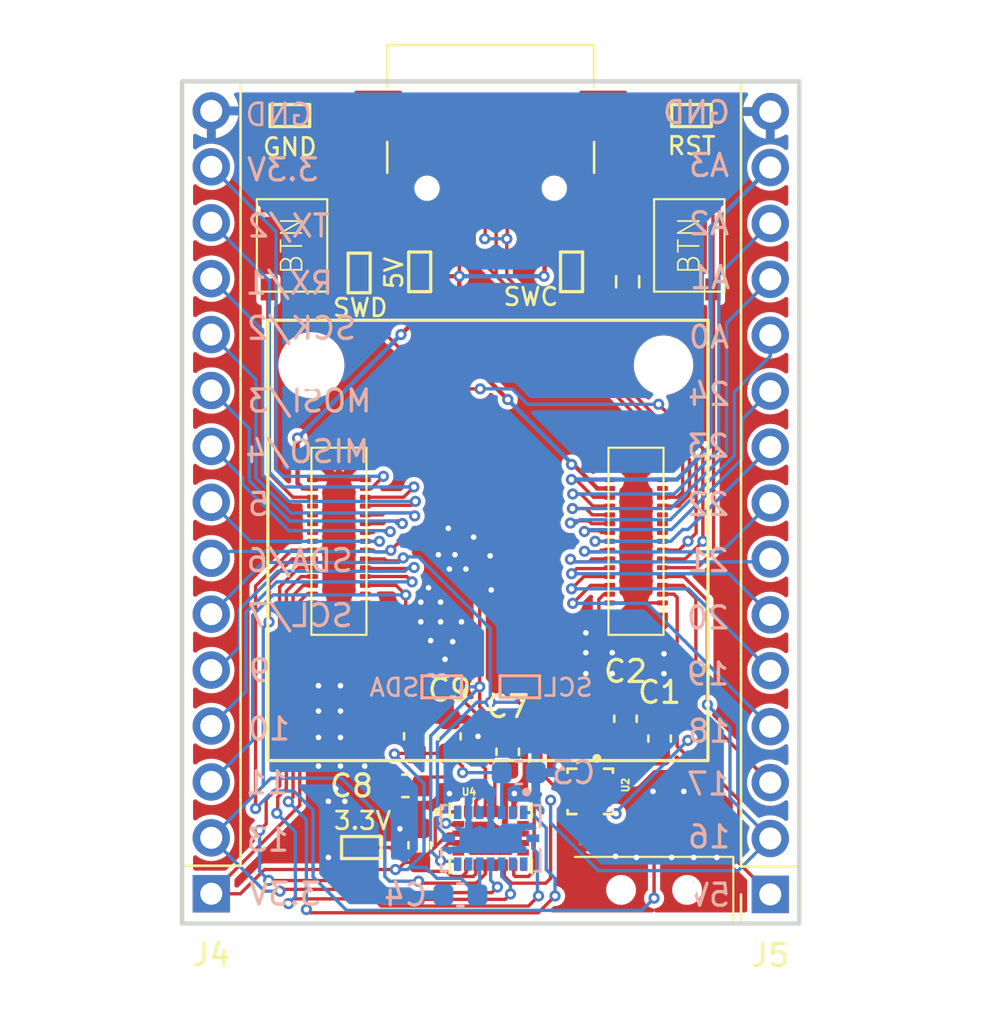
<source format=kicad_pcb>
(kicad_pcb (version 20221018) (generator pcbnew)
  (layers (0 "F.Cu" signal) (31 "B.Cu" signal) (34 "B.Paste" user) (35 "F.Paste" user) (36 "B.SilkS" user "B.Silkscreen") (37 "F.SilkS" user "F.Silkscreen") (38 "B.Mask" user) (39 "F.Mask" user) (44 "Edge.Cuts" user))
  (net 0 "")
  (net 22 "GND")
  (net 23 "/VREG_EN")
  (net 24 "/USB_DP")
  (net 25 "/USB_DM")
  (net 26 "/TX0")
  (net 27 "/SWDIO")
  (net 28 "/SWCLK")
  (net 29 "/SDA")
  (net 30 "/SCL")
  (net 31 "/SCK1")
  (net 32 "/SCK0")
  (net 33 "/RX0")
  (net 34 "/RUN")
  (net 35 "/MOSI1")
  (net 36 "/MOSI0")
  (net 37 "/MISO1")
  (net 38 "/MISO0")
  (net 39 "/GPIO9")
  (net 40 "/GPIO5")
  (net 41 "/GPIO24")
  (net 42 "/GPIO23")
  (net 43 "/GPIO22")
  (net 44 "/GPIO21")
  (net 45 "/GPIO20")
  (net 46 "/GPIO19")
  (net 47 "/GPIO18")
  (net 48 "/GPIO17")
  (net 49 "/GPIO16")
  (net 50 "/GPIO13")
  (net 51 "/GPIO11")
  (net 52 "/GPIO10")
  (net 53 "/BOOTSEL")
  (net 54 "/ADC3")
  (net 55 "/ADC2")
  (net 56 "/ADC1")
  (net 57 "/ADC0")
  (net 58 "+5V")
  (net 59 "+3V3")
  (net 61 "Net-(R1-Pad1)")
  (net 66 "Net-(U4-CAP)")
  (net 67 "Net-(U4-C1)")
  (footprint "MountingHole:MountingHole_2.2mm_M2" (layer "F.Cu") (at 58.33 44.54)
    (fp_text reference "REF**" hide)
    (fp_text value "MountingHole_2.2mm_M2")
  )
  (footprint "Customs_Buttons:SPDT_Switch_AYZ0102AGRLC" (layer "F.Cu") (at 57.9 66.375)
    (fp_text reference "SW3" hide)
    (fp_text value "SW_DPDT_x2")
  )
  (footprint "Customs_Connectors:TestPoint_Loop_1.6x0.8mm" (layer "F.Cu") (at 44.6 66.45)
    (fp_text reference "TP1" hide)
    (fp_text value "TestPoint")
  )
  (footprint "Capacitor_SMD:C_0603_1608Metric" (layer "F.Cu") (at 58.15 61.5 90)
    (fp_text reference "C1")
    (fp_text value "100n")
  )
  (footprint "MountingHole:MountingHole_2.2mm_M2" (layer "F.Cu") (at 42.33 44.54)
    (fp_text reference "REF**" hide)
    (fp_text value "MountingHole_2.2mm_M2")
  )
  (footprint "Resistor_SMD:R_0603_1608Metric_Pad0.98x0.95mm_HandSolder" (layer "F.Cu") (at 56.7 40.75 -90)
    (fp_text reference "R1" hide)
    (fp_text value "1k")
  )
  (footprint "Customs_Buttons:PTS815 SJM 250" (layer "F.Cu") (at 41.45 39.1 90)
    (fp_text reference "SW2" hide)
    (fp_text value "SW_Push" hide)
  )
  (footprint "Capacitor_SMD:C_0603_1608Metric" (layer "F.Cu") (at 51.25 62.1 90)
    (fp_text reference "C7")
    (fp_text value "10n")
  )
  (footprint "Connector_PinSocket_2.54mm:PinSocket_1x15_P2.54mm_Vertical" (layer "F.Cu") (at 37.78 68.55 180)
    (fp_text reference "J4")
    (fp_text value "Conn_01x15_MountingPin")
  )
  (footprint "Customs_Connectors:TE-3-2363962-0_30x0.4mm_Recepticle" (layer "F.Cu") (at 43.58 52.54 90)
    (fp_text reference "J3" hide)
    (fp_text value "Conn_02x15_Top_Bottom" hide)
  )
  (footprint "Connector_PinSocket_2.54mm:PinSocket_1x15_P2.54mm_Vertical" (layer "F.Cu") (at 63.18 68.58 180)
    (fp_text reference "J5")
    (fp_text value "Conn_01x15_MountingPin")
  )
  (footprint "Customs_Sensors:PQFN50P200X200X80-10N" (layer "F.Cu") (at 55 63.9 -90)
    (fp_text reference "U2")
    (fp_text value "BMP388")
  )
  (footprint "Capacitor_SMD:C_0603_1608Metric" (layer "F.Cu") (at 56.6 60.6 90)
    (fp_text reference "C2")
    (fp_text value "100n")
  )
  (footprint "Customs_Connectors:TE-3-2363962-0_30x0.4mm_Recepticle" (layer "F.Cu") (at 57.08 52.54 90)
    (fp_text reference "J2" hide)
    (fp_text value "Conn_02x15_Top_Bottom" hide)
  )
  (footprint "Customs_Connectors:TestPoint_Loop_1.6x0.8mm" (layer "F.Cu") (at 44.5 40.35 90)
    (fp_text reference "TP4" hide)
    (fp_text value "TestPoint")
  )
  (footprint "Capacitor_SMD:C_0603_1608Metric" (layer "F.Cu") (at 46.6 63.65 180)
    (fp_text reference "C8")
    (fp_text value "100n")
  )
  (footprint "Customs_Connectors:TestPoint_Loop_1.6x0.8mm" (layer "F.Cu") (at 59.6 33.2)
    (fp_text reference "TP3" hide)
    (fp_text value "TestPoint")
  )
  (footprint "Capacitor_SMD:C_0603_1608Metric" (layer "F.Cu") (at 47.05 61.4 90)
    (fp_text reference "C5" hide)
    (fp_text value "100n")
  )
  (footprint "Customs_Sensors:PQFN43P300X350X102-24N" (layer "F.Cu") (at 50.475 66.03)
    (fp_text reference "U4")
    (fp_text value "LSM9DS1TR")
  )
  (footprint "Customs_Connectors:USB_C_Receptacle_GCT_USB4110" (layer "F.Cu") (at 50.475 33.9 180)
    (fp_text reference "J1" hide)
    (fp_text value "USB_C_Receptacle_USB2.0")
  )
  (footprint "Capacitor_SMD:C_0603_1608Metric" (layer "F.Cu") (at 48.6 61.4 90)
    (fp_text reference "C9")
    (fp_text value "10u")
  )
  (footprint "Customs_Connectors:TestPoint_Loop_1.6x0.8mm" (layer "F.Cu") (at 47.25 40.3 90)
    (fp_text reference "TP2" hide)
    (fp_text value "TestPoint")
  )
  (footprint "Capacitor_SMD:C_0603_1608Metric" (layer "F.Cu") (at 47.25 66.35 90)
    (fp_text reference "C6" hide)
    (fp_text value "100n")
  )
  (footprint "Customs_Connectors:TestPoint_Loop_1.6x0.8mm" (layer "F.Cu") (at 54.15 40.3 90)
    (fp_text reference "TP5" hide)
    (fp_text value "TestPoint")
  )
  (footprint "Customs_Connectors:TestPoint_Loop_1.6x0.8mm" (layer "F.Cu") (at 41.35 33.2)
    (fp_text reference "TP6" hide)
    (fp_text value "TestPoint")
  )
  (footprint "Customs_Buttons:PTS815 SJM 250" (layer "F.Cu") (at 59.5 39.1 -90)
    (fp_text reference "SW1" hide)
    (fp_text value "SW_Push" hide)
  )
  (footprint "Capacitor_SMD:C_0603_1608Metric" (layer "B.Cu") (at 49.1 68.6 180)
    (fp_text reference "C4")
    (fp_text value "100n")
  )
  (footprint "Customs_Connectors:TestPoint_Loop_1.6x0.8mm" (layer "B.Cu") (at 48.25 59.15 180)
    (fp_text reference "TP8" hide)
    (fp_text value "TestPoint")
  )
  (footprint "Capacitor_SMD:C_0603_1608Metric" (layer "B.Cu") (at 51.75 63.05)
    (fp_text reference "C3")
    (fp_text value "100n")
  )
  (footprint "Customs_Sensors:PQFN50P450X300X100-16N" (layer "B.Cu") (at 50.475 66.03 180)
    (fp_text reference "U1" hide)
    (fp_text value "BMI088")
  )
  (footprint "Customs_Connectors:TestPoint_Loop_1.6x0.8mm" (layer "B.Cu") (at 51.8 59.15 180)
    (fp_text reference "TP7" hide)
    (fp_text value "TestPoint")
  )
  (gr_line (start 60.35 62.5) (end 60.35 42.5) (stroke (width 0.15)) (layer "F.SilkS"))
  (gr_line (start 40.35 42.5) (end 40.35 62.5) (stroke (width 0.15)) (layer "F.SilkS"))
  (gr_line (start 40.35 62.5) (end 60.35 62.5) (stroke (width 0.15)) (layer "F.SilkS"))
  (gr_line (start 60.35 42.5) (end 40.35 42.5) (stroke (width 0.15)) (layer "F.SilkS"))
  (gr_line (start 64.5 69.9) (end 36.45 69.9) (stroke (width 0.2)) (layer "Edge.Cuts"))
  (gr_line (start 36.45 31.65) (end 64.5 31.65) (stroke (width 0.2)) (layer "Edge.Cuts"))
  (gr_line (start 64.5 31.65) (end 64.5 69.9) (stroke (width 0.2)) (layer "Edge.Cuts"))
  (gr_circle (center 42.33 44.54) (end 43.33 44.54) (stroke (width 0.1)) (fill none) (layer "Edge.Cuts"))
  (gr_line (start 36.45 69.9) (end 36.45 31.65) (stroke (width 0.2)) (layer "Edge.Cuts"))
  (gr_text "SCK/2" (at 44.45 43.45) (layer "B.SilkS") (effects (font (size 1 1)) (justify left bottom mirror)))
  (gr_text "5V" (at 61.45 69.2) (layer "B.SilkS") (effects (font (size 1 1)) (justify left bottom mirror)))
  (gr_text "9" (at 40.55 59) (layer "B.SilkS") (effects (font (size 1 1)) (justify left bottom mirror)))
  (gr_text "A2" (at 61.4 38.7) (layer "B.SilkS") (effects (font (size 1 1)) (justify left bottom mirror)))
  (gr_text "10" (at 41.45 61.65) (layer "B.SilkS") (effects (font (size 1 1)) (justify left bottom mirror)))
  (gr_text "3.3V" (at 42.75 36.25) (layer "B.SilkS") (effects (font (size 1 1)) (justify left bottom mirror)))
  (gr_text "SDA" (at 46.1 59.65) (layer "B.SilkS") (effects (font (size 0.8 0.8) (thickness 0.127)) (justify bottom mirror)))
  (gr_text "A1" (at 61.45 41.15) (layer "B.SilkS") (effects (font (size 1 1)) (justify left bottom mirror)))
  (gr_text "5" (at 40.5 51.45) (layer "B.SilkS") (effects (font (size 1 1)) (justify left bottom mirror)))
  (gr_text "SCL	" (at 53.6 59.65) (layer "B.SilkS") (effects (font (size 0.8 0.8) (thickness 0.127)) (justify bottom mirror)))
  (gr_text "24" (at 61.45 46.45) (layer "B.SilkS") (effects (font (size 1 1)) (justify left bottom mirror)))
  (gr_text "RX/1" (at 43.4 41.4) (layer "B.SilkS") (effects (font (size 1 1)) (justify left bottom mirror)))
  (gr_text "11" (at 41.35 64.1) (layer "B.SilkS") (effects (font (size 1 1)) (justify left bottom mirror)))
  (gr_text "SDA/6" (at 44.3 54) (layer "B.SilkS") (effects (font (size 1 1)) (justify left bottom mirror)))
  (gr_text "A0" (at 61.4 43.85) (layer "B.SilkS") (effects (font (size 1 1)) (justify left bottom mirror)))
  (gr_text "3.3V" (at 42.85 69.15) (layer "B.SilkS") (effects (font (size 1 1)) (justify left bottom mirror)))
  (gr_text "18" (at 61.45 61.75) (layer "B.SilkS") (effects (font (size 1 1)) (justify left bottom mirror)))
  (gr_text "A3" (at 61.4 36.05) (layer "B.SilkS") (effects (font (size 1 1)) (justify left bottom mirror)))
  (gr_text "19" (at 61.4 59.15) (layer "B.SilkS") (effects (font (size 1 1)) (justify left bottom mirror)))
  (gr_text "MISO/4" (at 45.05 49.05) (layer "B.SilkS") (effects (font (size 1 1)) (justify left bottom mirror)))
  (gr_text "SCL/7" (at 44.3 56.5) (layer "B.SilkS") (effects (font (size 1 1)) (justify left bottom mirror)))
  (gr_text "23" (at 61.4 48.8) (layer "B.SilkS") (effects (font (size 1 1)) (justify left bottom mirror)))
  (gr_text "21" (at 61.4 54) (layer "B.SilkS") (effects (font (size 1 1)) (justify left bottom mirror)))
  (gr_text "GND" (at 61.45 33.65) (layer "B.SilkS") (effects (font (size 1 1)) (justify left bottom mirror)))
  (gr_text "MOSI/3" (at 45.15 46.75) (layer "B.SilkS") (effects (font (size 1 1)) (justify left bottom mirror)))
  (gr_text "13" (at 41.4 66.7) (layer "B.SilkS") (effects (font (size 1 1)) (justify left bottom mirror)))
  (gr_text "16" (at 61.45 66.55) (layer "B.SilkS") (effects (font (size 1 1)) (justify left bottom mirror)))
  (gr_text "22" (at 61.4 51.45) (layer "B.SilkS") (effects (font (size 1 1)) (justify left bottom mirror)))
  (gr_text "20" (at 61.4 56.6) (layer "B.SilkS") (effects (font (size 1 1)) (justify left bottom mirror)))
  (gr_text "GND" (at 42.45 33.75) (layer "B.SilkS") (effects (font (size 1 1) (thickness 0.127)) (justify left bottom mirror)))
  (gr_text "17" (at 61.4 64.15) (layer "B.SilkS") (effects (font (size 1 1)) (justify left bottom mirror)))
  (gr_text "TX/2\n" (at 43.25 38.8) (layer "B.SilkS") (effects (font (size 1 1)) (justify left bottom mirror)))
  (gr_text "RST\n" (at 59.6 35.05) (layer "F.SilkS") (effects (font (size 0.8 0.8) (thickness 0.127)) (justify bottom)))
  (gr_text "SWD" (at 44.55 42.4) (layer "F.SilkS") (effects (font (size 0.8 0.8) (thickness 0.127)) (justify bottom)))
  (gr_text "GND\n" (at 41.35 35.1) (layer "F.SilkS") (effects (font (size 0.8 0.8) (thickness 0.127)) (justify bottom)))
  (gr_text "3.3V\n" (at 44.65 65.7) (layer "F.SilkS") (effects (font (size 0.8 0.8) (thickness 0.127)) (justify bottom)))
  (gr_text "SWC" (at 52.3 41.9) (layer "F.SilkS") (effects (font (size 0.8 0.8) (thickness 0.127)) (justify bottom)))
  (gr_text "5V" (at 46.55 40.35 90) (layer "F.SilkS") (effects (font (size 0.8 0.8) (thickness 0.127)) (justify bottom)))
  (segment (start 44.5 48.84) (end 43.6 49.74) (width 0.1524) (layer "F.Cu") (net 22))
  (segment (start 58.08 56.24) (end 58.08 56.2) (width 0.1524) (layer "F.Cu") (net 22))
  (segment (start 56.2 56.24) (end 57.1 55.34) (width 0.1524) (layer "F.Cu") (net 22))
  (segment (start 54.2 63.4) (end 54.235 63.4) (width 0.1524) (layer "F.Cu") (net 22))
  (segment (start 42.65 56.24) (end 43.55 55.34) (width 0.1524) (layer "F.Cu") (net 22))
  (segment (start 42.38 49.74) (end 43.55 49.74) (width 0.1524) (layer "F.Cu") (net 22))
  (segment (start 58.28 55.34) (end 57.1 55.34) (width 0.1524) (layer "F.Cu") (net 22))
  (segment (start 56.08 48.84) (end 56.15 48.84) (width 0.1524) (layer "F.Cu") (net 22))
  (segment (start 42.58 56.24) (end 42.65 56.24) (width 0.1524) (layer "F.Cu") (net 22))
  (segment (start 42.58 48.84) (end 42.65 48.84) (width 0.1524) (layer "F.Cu") (net 22))
  (segment (start 57.95 48.84) (end 57.05 49.74) (width 0.1524) (layer "F.Cu") (net 22))
  (segment (start 42.65 48.84) (end 43.55 49.74) (width 0.1524) (layer "F.Cu") (net 22))
  (segment (start 44.5 56.24) (end 43.6 55.34) (width 0.1524) (layer "F.Cu") (net 22))
  (segment (start 44.58 48.84) (end 44.5 48.84) (width 0.1524) (layer "F.Cu") (net 22))
  (segment (start 58.08 56.24) (end 58 56.24) (width 0.1524) (layer "F.Cu") (net 22))
  (segment (start 43.55 55.34) (end 43.6 55.34) (width 0.1524) (layer "F.Cu") (net 22))
  (segment (start 55.74671 55.34) (end 55.88 55.34) (width 0.1524) (layer "F.Cu") (net 22))
  (segment (start 51.525 64.83) (end 51.525 64.025) (width 0.1524) (layer "F.Cu") (net 22))
  (segment (start 56.08 56.24) (end 56.2 56.24) (width 0.1524) (layer "F.Cu") (net 22))
  (segment (start 58.08 48.84) (end 57.95 48.84) (width 0.1524) (layer "F.Cu") (net 22))
  (segment (start 57.1 55.34) (end 55.88 55.34) (width 0.1524) (layer "F.Cu") (net 22))
  (segment (start 53.55 62.75) (end 54.2 63.4) (width 0.1524) (layer "F.Cu") (net 22))
  (segment (start 42.38 55.34) (end 43.55 55.34) (width 0.1524) (layer "F.Cu") (net 22))
  (segment (start 44.58 56.24) (end 44.58 56.2) (width 0.1524) (layer "F.Cu") (net 22))
  (segment (start 55.88 49.74) (end 57.05 49.74) (width 0.1524) (layer "F.Cu") (net 22))
  (segment (start 43.6 49.74) (end 44.78 49.74) (width 0.1524) (layer "F.Cu") (net 22))
  (segment (start 46.35 65.6) (end 47.225 65.6) (width 0.1524) (layer "F.Cu") (net 22))
  (segment (start 47.225 65.6) (end 47.25 65.575) (width 0.1524) (layer "F.Cu") (net 22))
  (segment (start 57.05 49.74) (end 58.28 49.74) (width 0.1524) (layer "F.Cu") (net 22))
  (segment (start 58 56.24) (end 57.1 55.34) (width 0.1524) (layer "F.Cu") (net 22))
  (segment (start 51.525 64.025) (end 51.55 64) (width 0.1524) (layer "F.Cu") (net 22))
  (segment (start 43.6 55.34) (end 44.78 55.34) (width 0.1524) (layer "F.Cu") (net 22))
  (segment (start 56.15 48.84) (end 57.05 49.74) (width 0.1524) (layer "F.Cu") (net 22))
  (segment (start 43.55 49.74) (end 43.6 49.74) (width 0.1524) (layer "F.Cu") (net 22))
  (segment (start 44.58 56.24) (end 44.5 56.24) (width 0.1524) (layer "F.Cu") (net 22))
  (via (at 47.75 57.05) (size 0.508) (drill 0.254) (layers "F.Cu" "B.Cu") (net 22))
  (via (at 42.65 59.1) (size 0.508) (drill 0.254) (layers "F.Cu" "B.Cu") (net 22))
  (via (at 42.65 61.45) (size 0.508) (drill 0.254) (layers "F.Cu" "B.Cu") (net 22))
  (via (at 43.1 66.9) (size 0.508) (drill 0.254) (layers "F.Cu" "B.Cu") (net 22))
  (via (at 50.45 53.2) (size 0.508) (drill 0.254) (layers "F.Cu" "B.Cu") (net 22))
  (via (at 50.5 54.75) (size 0.508) (drill 0.254) (layers "F.Cu" "B.Cu") (net 22))
  (via (at 53.55 62.75) (size 0.508) (drill 0.254) (layers "F.Cu" "B.Cu") (net 22))
  (via (at 48.1 53.15) (size 0.508) (drill 0.254) (layers "F.Cu" "B.Cu") (net 22))
  (via (at 48.6 53.8) (size 0.508) (drill 0.254) (layers "F.Cu" "B.Cu") (net 22))
  (via (at 48.2 55.3) (size 0.508) (drill 0.254) (layers "F.Cu" "B.Cu") (net 22))
  (via (at 58.7 66.9) (size 0.508) (drill 0.254) (layers "F.Cu" "B.Cu") (net 22))
  (via (at 57.85 63.9) (size 0.508) (drill 0.254) (layers "F.Cu" "B.Cu") (net 22))
  (via (at 46.35 65.6) (size 0.508) (drill 0.254) (layers "F.Cu" "B.Cu") (net 22))
  (via (at 56.15 66.85) (size 0.508) (drill 0.254) (layers "F.Cu" "B.Cu") (net 22))
  (via (at 48.4 57.9) (size 0.508) (drill 0.254) (layers "F.Cu" "B.Cu") (net 22))
  (via (at 59.7 66.9) (size 0.508) (drill 0.254) (layers "F.Cu" "B.Cu") (net 22))
  (via (at 43.1 64.35) (size 0.508) (drill 0.254) (layers "F.Cu" "B.Cu") (net 22))
  (via (at 47.3 56.2) (size 0.508) (drill 0.254) (layers "F.Cu" "B.Cu") (net 22))
  (via (at 42.65 60.25) (size 0.508) (drill 0.254) (layers "F.Cu" "B.Cu") (net 22))
  (via (at 43.65 60.25) (size 0.508) (drill 0.254) (layers "F.Cu" "B.Cu") (net 22))
  (via (at 48.6 64) (size 0.508) (drill 0.254) (layers "F.Cu" "B.Cu") (net 22))
  (via (at 54.8 58.55) (size 0.508) (drill 0.254) (layers "F.Cu" "B.Cu") (net 22))
  (via (at 58.35 57.65) (size 0.508) (drill 0.254) (layers "F.Cu" "B.Cu") (net 22))
  (via (at 49.35 53.8) (size 0.508) (drill 0.254) (layers "F.Cu" "B.Cu") (net 22))
  (via (at 49.9 61.4) (size 0.508) (drill 0.254) (layers "F.Cu" "B.Cu") (net 22))
  (via (at 54.8 57.6) (size 0.508) (drill 0.254) (layers "F.Cu" "B.Cu") (net 22))
  (via (at 56 57.6) (size 0.508) (drill 0.254) (layers "F.Cu" "B.Cu") (net 22))
  (via (at 58.35 58.55) (size 0.508) (drill 0.254) (layers "F.Cu" "B.Cu") (net 22))
  (via (at 43.85 64.35) (size 0.508) (drill 0.254) (layers "F.Cu" "B.Cu") (net 22))
  (via (at 48.2 56.2) (size 0.508) (drill 0.254) (layers "F.Cu" "B.Cu") (net 22))
  (via (at 60.75 66.9) (size 0.508) (drill 0.254) (layers "F.Cu" "B.Cu") (net 22))
  (via (at 43.65 62.75) (size 0.508) (drill 0.254) (layers "F.Cu" "B.Cu") (net 22))
  (via (at 42.65 62.75) (size 0.508) (drill 0.254) (layers "F.Cu" "B.Cu") (net 22))
  (via (at 44.75 62.75) (size 0.508) (drill 0.254) (layers "F.Cu" "B.Cu") (net 22))
  (via (at 51.55 64) (size 0.508) (drill 0.254) (layers "F.Cu" "B.Cu") (net 22))
  (via (at 59.25 63.9) (size 0.508) (drill 0.254) (layers "F.Cu" "B.Cu") (net 22))
  (via (at 48.75 57.1) (size 0.508) (drill 0.254) (layers "F.Cu" "B.Cu") (net 22))
  (via (at 48.85 53.15) (size 0.508) (drill 0.254) (layers "F.Cu" "B.Cu") (net 22))
  (via (at 49.7 52.35) (size 0.508) (drill 0.254) (layers "F.Cu" "B.Cu") (net 22))
  (via (at 43.434103 63.7821) (size 0.508) (drill 0.254) (layers "F.Cu" "B.Cu") (net 22))
  (via (at 57.1 66.9) (size 0.508) (drill 0.254) (layers "F.Cu" "B.Cu") (net 22))
  (via (at 56 58.55) (size 0.508) (drill 0.254) (layers "F.Cu" "B.Cu") (net 22))
  (via (at 54.8 56.7) (size 0.508) (drill 0.254) (layers "F.Cu" "B.Cu") (net 22))
  (via (at 43.65 59.1) (size 0.508) (drill 0.254) (layers "F.Cu" "B.Cu") (net 22))
  (via (at 47.3 55.3) (size 0.508) (drill 0.254) (layers "F.Cu" "B.Cu") (net 22))
  (via (at 47.65 54.65) (size 0.508) (drill 0.254) (layers "F.Cu" "B.Cu") (net 22))
  (via (at 49.15 56.2) (size 0.508) (drill 0.254) (layers "F.Cu" "B.Cu") (net 22))
  (via (at 43.65 61.45) (size 0.508) (drill 0.254) (layers "F.Cu" "B.Cu") (net 22))
  (via (at 48.55 51.95) (size 0.508) (drill 0.254) (layers "F.Cu" "B.Cu") (net 22))
  (segment (start 48.6 64) (end 50.0372 64) (width 0.1524) (layer "B.Cu") (net 22))
  (segment (start 50.475 64.4378) (end 50.475 64.865) (width 0.1524) (layer "B.Cu") (net 22))
  (segment (start 50.0372 64) (end 50.475 64.4378) (width 0.1524) (layer "B.Cu") (net 22))
  (segment (start 42.38 52.94) (end 41.428948 52.94) (width 0.1524) (layer "F.Cu") (net 23))
  (segment (start 57.9 65.775) (end 57.9 68.75) (width 0.1524) (layer "F.Cu") (net 23))
  (segment (start 39.792003 54.576945) (end 39.792003 64.67979) (width 0.1524) (layer "F.Cu") (net 23))
  (segment (start 41.428948 52.94) (end 39.792003 54.576945) (width 0.1524) (layer "F.Cu") (net 23))
  (via (at 39.792003 64.67979) (size 0.508) (drill 0.254) (layers "F.Cu" "B.Cu") (net 23))
  (via (at 57.9 68.75) (size 0.508) (drill 0.254) (layers "F.Cu" "B.Cu") (net 23))
  (segment (start 41.534427 63.884427) (end 42.4048 64.7548) (width 0.1524) (layer "B.Cu") (net 23))
  (segment (start 42.4048 64.7548) (end 42.4048 67.781187) (width 0.1524) (layer "B.Cu") (net 23))
  (segment (start 43.927213 69.3036) (end 57.3464 69.3036) (width 0.1524) (layer "B.Cu") (net 23))
  (segment (start 42.4048 67.781187) (end 43.927213 69.3036) (width 0.1524) (layer "B.Cu") (net 23))
  (segment (start 39.792003 64.67979) (end 40.587366 63.884427) (width 0.1524) (layer "B.Cu") (net 23))
  (segment (start 57.3464 69.3036) (end 57.9 68.75) (width 0.1524) (layer "B.Cu") (net 23))
  (segment (start 40.587366 63.884427) (end 41.534427 63.884427) (width 0.1524) (layer "B.Cu") (net 23))
  (segment (start 59.047452 50.8836) (end 59.5048 50.426252) (width 0.1524) (layer "F.Cu") (net 24))
  (segment (start 51.2071 40.529648) (end 51.2071 38.8) (width 0.1524) (layer "F.Cu") (net 24))
  (segment (start 50.225 37.65) (end 50.225 38.7821) (width 0.1524) (layer "F.Cu") (net 24))
  (segment (start 51.225 37.65) (end 51.225 38.7821) (width 0.1524) (layer "F.Cu") (net 24))
  (segment (start 50.225 38.7821) (end 50.2071 38.8) (width 0.1524) (layer "F.Cu") (net 24))
  (segment (start 50.05 38.7821) (end 50.0321 38.8) (width 0.1524) (layer "F.Cu") (net 24))
  (segment (start 59.075 50.8836) (end 59.047452 50.8836) (width 0.1524) (layer "F.Cu") (net 24))
  (segment (start 59.5048 48.827348) (end 51.2071 40.529648) (width 0.1524) (layer "F.Cu") (net 24))
  (segment (start 59.5048 50.426252) (end 59.5048 48.827348) (width 0.1524) (layer "F.Cu") (net 24))
  (segment (start 51.225 38.7821) (end 51.2071 38.8) (width 0.1524) (layer "F.Cu") (net 24))
  (segment (start 58.28 50.94) (end 59.0186 50.94) (width 0.1524) (layer "F.Cu") (net 24))
  (segment (start 59.0186 50.94) (end 59.075 50.8836) (width 0.1524) (layer "F.Cu") (net 24))
  (via (at 51.2071 38.8) (size 0.508) (drill 0.254) (layers "F.Cu" "B.Cu") (net 24))
  (via (at 50.2071 38.8) (size 0.508) (drill 0.254) (layers "F.Cu" "B.Cu") (net 24))
  (segment (start 50.2071 38.8) (end 51.2071 38.8) (width 0.1524) (layer "B.Cu") (net 24))
  (segment (start 59.2 48.9536) (end 50.7232 40.4768) (width 0.1524) (layer "F.Cu") (net 25))
  (segment (start 59.2 50.3) (end 59.2 48.9536) (width 0.1524) (layer "F.Cu") (net 25))
  (segment (start 49.725 39.4786) (end 49.725 37.65) (width 0.1524) (layer "F.Cu") (net 25))
  (segment (start 58.96 50.54) (end 59.2 50.3) (width 0.1524) (layer "F.Cu") (net 25))
  (segment (start 50.725 37.65) (end 50.725 40.475) (width 0.1524) (layer "F.Cu") (net 25))
  (segment (start 50.725 40.475) (end 50.7232 40.4768) (width 0.1524) (layer "F.Cu") (net 25))
  (segment (start 50.7232 40.4768) (end 49.725 39.4786) (width 0.1524) (layer "F.Cu") (net 25))
  (segment (start 58.28 50.54) (end 58.96 50.54) (width 0.1524) (layer "F.Cu") (net 25))
  (segment (start 46.517723 50.54) (end 44.78 50.54) (width 0.1524) (layer "F.Cu") (net 26))
  (segment (start 46.986899 50.070824) (end 46.517723 50.54) (width 0.1524) (layer "F.Cu") (net 26))
  (via (at 46.986899 50.070824) (size 0.508) (drill 0.254) (layers "F.Cu" "B.Cu") (net 26))
  (segment (start 40.4192 40.7092) (end 37.78 38.07) (width 0.1524) (layer "B.Cu") (net 26))
  (segment (start 46.986899 50.070824) (end 41.082928 50.070824) (width 0.1524) (layer "B.Cu") (net 26))
  (segment (start 40.4192 49.407096) (end 40.4192 40.7092) (width 0.1524) (layer "B.Cu") (net 26))
  (segment (start 41.082928 50.070824) (end 40.4192 49.407096) (width 0.1524) (layer "B.Cu") (net 26))
  (segment (start 44.5 41.9325) (end 44.5 40.35) (width 0.1524) (layer "F.Cu") (net 27))
  (segment (start 59.3184 53.34) (end 60.1179 52.5405) (width 0.1524) (layer "F.Cu") (net 27))
  (segment (start 58.28 53.34) (end 59.3184 53.34) (width 0.1524) (layer "F.Cu") (net 27))
  (segment (start 48.183397 45.615897) (end 44.5 41.9325) (width 0.1524) (layer "F.Cu") (net 27))
  (segment (start 60.1179 48.327602) (end 58.105942 46.315644) (width 0.1524) (layer "F.Cu") (net 27))
  (segment (start 60.1179 52.5405) (end 60.1179 48.327602) (width 0.1524) (layer "F.Cu") (net 27))
  (segment (start 50 45.615897) (end 48.183397 45.615897) (width 0.1524) (layer "F.Cu") (net 27))
  (via (at 58.105942 46.315644) (size 0.508) (drill 0.254) (layers "F.Cu" "B.Cu") (net 27))
  (via (at 60.1179 52.5405) (size 0.508) (drill 0.254) (layers "F.Cu" "B.Cu") (net 27))
  (via (at 50 45.615897) (size 0.508) (drill 0.254) (layers "F.Cu" "B.Cu") (net 27))
  (segment (start 52.148144 46.315644) (end 58.105942 46.315644) (width 0.1524) (layer "B.Cu") (net 27))
  (segment (start 51.448397 45.615897) (end 52.148144 46.315644) (width 0.1524) (layer "B.Cu") (net 27))
  (segment (start 50 45.615897) (end 51.448397 45.615897) (width 0.1524) (layer "B.Cu") (net 27))
  (segment (start 59.8096 52.167007) (end 59.442019 52.534588) (width 0.1524) (layer "F.Cu") (net 28))
  (segment (start 54.15 43.041496) (end 59.8096 48.701096) (width 0.1524) (layer "F.Cu") (net 28))
  (segment (start 54.15 40.3) (end 54.15 43.041496) (width 0.1524) (layer "F.Cu") (net 28))
  (segment (start 58.28 52.94) (end 59.036607 52.94) (width 0.1524) (layer "F.Cu") (net 28))
  (segment (start 59.8096 48.701096) (end 59.8096 52.167007) (width 0.1524) (layer "F.Cu") (net 28))
  (segment (start 59.036607 52.94) (end 59.442019 52.534588) (width 0.1524) (layer "F.Cu") (net 28))
  (via (at 59.442019 52.534588) (size 0.508) (drill 0.254) (layers "F.Cu" "B.Cu") (net 28))
  (segment (start 52.7548 63.0548) (end 52.7548 61.282261) (width 0.1524) (layer "F.Cu") (net 29))
  (segment (start 50.2572 60.3326) (end 49.975 60.0504) (width 0.1524) (layer "F.Cu") (net 29))
  (segment (start 48.5534 66.265) (end 48.2 66.6184) (width 0.1524) (layer "F.Cu") (net 29))
  (segment (start 49.975 59.15) (end 49.975 53.525) (width 0.1524) (layer "F.Cu") (net 29))
  (segment (start 53.6 63.9) (end 52.7548 63.0548) (width 0.1524) (layer "F.Cu") (net 29))
  (segment (start 45.1375 52.94) (end 45.2201 53.0226) (width 0.1524) (layer "F.Cu") (net 29))
  (segment (start 49.1 52.65) (end 46.236743 52.65) (width 0.1524) (layer "F.Cu") (net 29))
  (segment (start 48.98 66.265) (end 48.5534 66.265) (width 0.1524) (layer "F.Cu") (net 29))
  (segment (start 52.7548 61.282261) (end 51.805139 60.3326) (width 0.1524) (layer "F.Cu") (net 29))
  (segment (start 48.2 66.6184) (end 48.2 67.05) (width 0.1524) (layer "F.Cu") (net 29))
  (segment (start 45.864143 53.0226) (end 45.938348 52.948395) (width 0.1524) (layer "F.Cu") (net 29))
  (segment (start 49.975 53.525) (end 49.1 52.65) (width 0.1524) (layer "F.Cu") (net 29))
  (segment (start 51.805139 60.3326) (end 50.2572 60.3326) (width 0.1524) (layer "F.Cu") (net 29))
  (segment (start 54.235 63.9) (end 53.6 63.9) (width 0.1524) (layer "F.Cu") (net 29))
  (segment (start 49.975 60.0504) (end 49.975 59.15) (width 0.1524) (layer "F.Cu") (net 29))
  (segment (start 45.2201 53.0226) (end 45.864143 53.0226) (width 0.1524) (layer "F.Cu") (net 29))
  (segment (start 46.236743 52.65) (end 45.938348 52.948395) (width 0.1524) (layer "F.Cu") (net 29))
  (segment (start 44.78 52.94) (end 45.1375 52.94) (width 0.1524) (layer "F.Cu") (net 29))
  (via (at 45.938348 52.948395) (size 0.508) (drill 0.254) (layers "F.Cu" "B.Cu") (net 29))
  (via (at 49.975 59.15) (size 0.508) (drill 0.254) (layers "F.Cu" "B.Cu") (net 29))
  (via (at 48.2 67.05) (size 0.508) (drill 0.254) (layers "F.Cu" "B.Cu") (net 29))
  (segment (start 47.75 66.6) (end 47.75 61.375) (width 0.1524) (layer "B.Cu") (net 29))
  (segment (start 48.25 59.15) (end 49.975 59.15) (width 0.1524) (layer "B.Cu") (net 29))
  (segment (start 45.864143 53.0226) (end 45.2201 53.0226) (width 0.1524) (layer "B.Cu") (net 29))
  (segment (start 47.75 61.375) (end 49.975 59.15) (width 0.1524) (layer "B.Cu") (net 29))
  (segment (start 48.225 67.075) (end 47.75 66.6) (width 0.1524) (layer "B.Cu") (net 29))
  (segment (start 48.975 67.195) (end 48.975 67.075) (width 0.1524) (layer "B.Cu") (net 29))
  (segment (start 38.09 53) (end 37.78 53.31) (width 0.1524) (layer "B.Cu") (net 29))
  (segment (start 45.938348 52.948395) (end 45.864143 53.0226) (width 0.1524) (layer "B.Cu") (net 29))
  (segment (start 48.975 67.075) (end 48.225 67.075) (width 0.1524) (layer "B.Cu") (net 29))
  (segment (start 45.1975 53) (end 38.09 53) (width 0.1524) (layer "B.Cu") (net 29))
  (segment (start 45.2201 53.0226) (end 45.1975 53) (width 0.1524) (layer "B.Cu") (net 29))
  (segment (start 54.75 63.135) (end 54.75 62.846409) (width 0.1524) (layer "F.Cu") (net 30))
  (segment (start 48.442866 65.3529) (end 48.494966 65.405) (width 0.1524) (layer "F.Cu") (net 30))
  (segment (start 48.494966 65.405) (end 48.98 65.405) (width 0.1524) (layer "F.Cu") (net 30))
  (segment (start 45.647453 53.34) (end 45.738448 53.430995) (width 0.1524) (layer "F.Cu") (net 30))
  (segment (start 51.753591 59.85) (end 50.4571 59.85) (width 0.1524) (layer "F.Cu") (net 30))
  (segment (start 46.362953 53.430995) (end 46.501407 53.292541) (width 0.1524) (layer "F.Cu") (net 30))
  (segment (start 45.738448 53.430995) (end 46.362953 53.430995) (width 0.1524) (layer "F.Cu") (net 30))
  (segment (start 54.75 62.846409) (end 51.753591 59.85) (width 0.1524) (layer "F.Cu") (net 30))
  (segment (start 44.78 53.34) (end 45.647453 53.34) (width 0.1524) (layer "F.Cu") (net 30))
  (via (at 48.442866 65.3529) (size 0.508) (drill 0.254) (layers "F.Cu" "B.Cu") (net 30))
  (via (at 46.501407 53.292541) (size 0.508) (drill 0.254) (layers "F.Cu" "B.Cu") (net 30))
  (via (at 50.4571 59.85) (size 0.508) (drill 0.254) (layers "F.Cu" "B.Cu") (net 30))
  (segment (start 50.4571 56.507335) (end 47.196214 53.246449) (width 0.1524) (layer "B.Cu") (net 30))
  (segment (start 48.0577 65.3529) (end 48.0548 65.35) (width 0.1524) (layer "B.Cu") (net 30))
  (segment (start 50.4571 59.85) (end 50.4571 56.507335) (width 0.1524) (layer "B.Cu") (net 30))
  (segment (start 46.547499 53.246449) (end 46.501407 53.292541) (width 0.1524) (layer "B.Cu") (net 30))
  (segment (start 48.0548 65.35) (end 48.0548 65.5248) (width 0.1524) (layer "B.Cu") (net 30))
  (segment (start 46.293948 53.5) (end 46.501407 53.292541) (width 0.1524) (layer "B.Cu") (net 30))
  (segment (start 47.196214 53.246449) (end 46.547499 53.246449) (width 0.1524) (layer "B.Cu") (net 30))
  (segment (start 48.442866 65.3529) (end 48.0577 65.3529) (width 0.1524) (layer "B.Cu") (net 30))
  (segment (start 48.0548 65.5248) (end 48.56 66.03) (width 0.1524) (layer "B.Cu") (net 30))
  (segment (start 51.8 59.15) (end 51.8 59.65) (width 0.1524) (layer "B.Cu") (net 30))
  (segment (start 51.6 59.85) (end 50.4571 59.85) (width 0.1524) (layer "B.Cu") (net 30))
  (segment (start 40.13 53.5) (end 46.293948 53.5) (width 0.1524) (layer "B.Cu") (net 30))
  (segment (start 48.0548 61.6452) (end 48.0548 65.35) (width 0.1524) (layer "B.Cu") (net 30))
  (segment (start 49.85 59.85) (end 48.0548 61.6452) (width 0.1524) (layer "B.Cu") (net 30))
  (segment (start 50.4571 59.85) (end 49.85 59.85) (width 0.1524) (layer "B.Cu") (net 30))
  (segment (start 37.78 55.85) (end 40.13 53.5) (width 0.1524) (layer "B.Cu") (net 30))
  (segment (start 51.8 59.65) (end 51.6 59.85) (width 0.1524) (layer "B.Cu") (net 30))
  (segment (start 41.1904 54.8096) (end 41.86 54.14) (width 0.1524) (layer "F.Cu") (net 31))
  (segment (start 40.798579 64.849628) (end 40.798579 64.167127) (width 0.1524) (layer "F.Cu") (net 31))
  (segment (start 40.756703 64.891504) (end 40.798579 64.849628) (width 0.1524) (layer "F.Cu") (net 31))
  (segment (start 52.1904 69.1096) (end 45.497496 69.1096) (width 0.1524) (layer "F.Cu") (net 31))
  (segment (start 45.497496 69.1096) (end 45.170796 68.7829) (width 0.1524) (layer "F.Cu") (net 31))
  (segment (start 41.86 54.14) (end 42.38 54.14) (width 0.1524) (layer "F.Cu") (net 31))
  (segment (start 40.798579 64.167127) (end 41.1904 63.775306) (width 0.1524) (layer "F.Cu") (net 31))
  (segment (start 52.65 68.65) (end 52.1904 69.1096) (width 0.1524) (layer "F.Cu") (net 31))
  (segment (start 41.505251 68.7829) (end 41.291087 68.997064) (width 0.1524) (layer "F.Cu") (net 31))
  (segment (start 45.170796 68.7829) (end 41.505251 68.7829) (width 0.1524) (layer "F.Cu") (net 31))
  (segment (start 41.1904 63.775306) (end 41.1904 54.8096) (width 0.1524) (layer "F.Cu") (net 31))
  (via (at 52.65 68.65) (size 0.508) (drill 0.254) (layers "F.Cu" "B.Cu") (net 31))
  (via (at 41.291087 68.997064) (size 0.508) (drill 0.254) (layers "F.Cu" "B.Cu") (net 31))
  (via (at 40.756703 64.891504) (size 0.508) (drill 0.254) (layers "F.Cu" "B.Cu") (net 31))
  (segment (start 52.39 66.49) (end 52.39 66.03) (width 0.1524) (layer "B.Cu") (net 31))
  (segment (start 52.65 68.65) (end 52.6 68.6) (width 0.1524) (layer "B.Cu") (net 31))
  (segment (start 52.6 66.7) (end 52.39 66.49) (width 0.1524) (layer "B.Cu") (net 31))
  (segment (start 40.756703 64.891504) (end 41.6 65.734801) (width 0.1524) (layer "B.Cu") (net 31))
  (segment (start 52.6 68.6) (end 52.6 66.7) (width 0.1524) (layer "B.Cu") (net 31))
  (segment (start 41.6 65.734801) (end 41.6 68.688151) (width 0.1524) (layer "B.Cu") (net 31))
  (segment (start 41.6 68.688151) (end 41.291087 68.997064) (width 0.1524) (layer "B.Cu") (net 31))
  (segment (start 44.78 51.34) (end 45.558215 51.34) (width 0.1524) (layer "F.Cu") (net 32))
  (segment (start 45.647627 51.250588) (end 46.885947 51.250588) (width 0.1524) (layer "F.Cu") (net 32))
  (segment (start 46.885947 51.250588) (end 47.021861 51.386502) (width 0.1524) (layer "F.Cu") (net 32))
  (segment (start 45.558215 51.34) (end 45.647627 51.250588) (width 0.1524) (layer "F.Cu") (net 32))
  (via (at 47.021861 51.386502) (size 0.508) (drill 0.254) (layers "F.Cu" "B.Cu") (net 32))
  (segment (start 46.885947 51.250588) (end 47.021861 51.386502) (width 0.1524) (layer "B.Cu") (net 32))
  (segment (start 37.78 43.15) (end 39.8096 45.1796) (width 0.1524) (layer "B.Cu") (net 32))
  (segment (start 39.8096 45.1796) (end 39.8096 49.6596) (width 0.1524) (layer "B.Cu") (net 32))
  (segment (start 39.8096 49.6596) (end 41.400588 51.250588) (width 0.1524) (layer "B.Cu") (net 32))
  (segment (start 41.400588 51.250588) (end 46.885947 51.250588) (width 0.1524) (layer "B.Cu") (net 32))
  (segment (start 44.78 50.94) (end 44.816098 50.903902) (width 0.1524) (layer "F.Cu") (net 33))
  (segment (start 44.816098 50.903902) (end 46.876941 50.903902) (width 0.1524) (layer "F.Cu") (net 33))
  (segment (start 46.876941 50.903902) (end 47.053485 50.727358) (width 0.1524) (layer "F.Cu") (net 33))
  (via (at 47.053485 50.727358) (size 0.508) (drill 0.254) (layers "F.Cu" "B.Cu") (net 33))
  (segment (start 47.053485 50.727358) (end 41.30841 50.727358) (width 0.1524) (layer "B.Cu") (net 33))
  (segment (start 40.1144 49.533348) (end 40.1144 42.9444) (width 0.1524) (layer "B.Cu") (net 33))
  (segment (start 40.1144 42.9444) (end 37.78 40.61) (width 0.1524) (layer "B.Cu") (net 33))
  (segment (start 41.30841 50.727358) (end 40.1144 49.533348) (width 0.1524) (layer "B.Cu") (net 33))
  (segment (start 60.575 37.1) (end 60.575 35.6) (width 0.1524) (layer "F.Cu") (net 34))
  (segment (start 59.6 33.2) (end 59.6 34.625) (width 0.1524) (layer "F.Cu") (net 34))
  (segment (start 60.575 37.1) (end 60.575 41.1) (width 0.1524) (layer "F.Cu") (net 34))
  (segment (start 59.86 53.74) (end 60.6 53) (width 0.1524) (layer "F.Cu") (net 34))
  (segment (start 58.28 53.74) (end 59.86 53.74) (width 0.1524) (layer "F.Cu") (net 34))
  (segment (start 60.575 35.6) (end 59.6 34.625) (width 0.1524) (layer "F.Cu") (net 34))
  (segment (start 60.6 53) (end 60.6 41.125) (width 0.1524) (layer "F.Cu") (net 34))
  (segment (start 41.76 53.74) (end 42.38 53.74) (width 0.1524) (layer "F.Cu") (net 35))
  (segment (start 40.274603 65.373603) (end 40.274603 64.260051) (width 0.1524) (layer "F.Cu") (net 35))
  (segment (start 40.8856 63.649054) (end 40.8856 54.6144) (width 0.1524) (layer "F.Cu") (net 35))
  (segment (start 50.52526 68.5) (end 45.75 68.5) (width 0.1524) (layer "F.Cu") (net 35))
  (segment (start 45.75 68.5) (end 45.2 67.95) (width 0.1524) (layer "F.Cu") (net 35))
  (segment (start 40.8856 54.6144) (end 41.76 53.74) (width 0.1524) (layer "F.Cu") (net 35))
  (segment (start 39.974103 65.674103) (end 40.274603 65.373603) (width 0.1524) (layer "F.Cu") (net 35))
  (segment (start 40.4 67.95) (end 40.390897 67.940897) (width 0.1524) (layer "F.Cu") (net 35))
  (segment (start 45.2 67.95) (end 40.4 67.95) (width 0.1524) (layer "F.Cu") (net 35))
  (segment (start 40.274603 64.260051) (end 40.8856 63.649054) (width 0.1524) (layer "F.Cu") (net 35))
  (segment (start 50.782178 68.243082) (end 50.52526 68.5) (width 0.1524) (layer "F.Cu") (net 35))
  (via (at 50.782178 68.243082) (size 0.508) (drill 0.254) (layers "F.Cu" "B.Cu") (net 35))
  (via (at 40.390897 67.940897) (size 0.508) (drill 0.254) (layers "F.Cu" "B.Cu") (net 35))
  (via (at 39.974103 65.674103) (size 0.508) (drill 0.254) (layers "F.Cu" "B.Cu") (net 35))
  (segment (start 50.782178 68.243082) (end 50.475 67.935904) (width 0.1524) (layer "B.Cu") (net 35))
  (segment (start 50.475 67.935904) (end 50.475 67.195) (width 0.1524) (layer "B.Cu") (net 35))
  (segment (start 39.974103 67.524103) (end 40.390897 67.940897) (width 0.1524) (layer "B.Cu") (net 35))
  (segment (start 39.974103 65.674103) (end 39.974103 67.524103) (width 0.1524) (layer "B.Cu") (net 35))
  (segment (start 46.460363 51.733188) (end 46.344555 51.61738) (width 0.1524) (layer "F.Cu") (net 36))
  (segment (start 45.711887 51.61738) (end 45.589267 51.74) (width 0.1524) (layer "F.Cu") (net 36))
  (segment (start 45.589267 51.74) (end 44.78 51.74) (width 0.1524) (layer "F.Cu") (net 36))
  (segment (start 46.344555 51.61738) (end 45.711887 51.61738) (width 0.1524) (layer "F.Cu") (net 36))
  (via (at 46.460363 51.733188) (size 0.508) (drill 0.254) (layers "F.Cu" "B.Cu") (net 36))
  (segment (start 39.5048 47.4148) (end 37.78 45.69) (width 0.1524) (layer "B.Cu") (net 36))
  (segment (start 39.5048 49.785852) (end 39.5048 47.4148) (width 0.1524) (layer "B.Cu") (net 36))
  (segment (start 46.111687 51.61738) (end 41.336328 51.61738) (width 0.1524) (layer "B.Cu") (net 36))
  (segment (start 41.336328 51.61738) (end 39.5048 49.785852) (width 0.1524) (layer "B.Cu") (net 36))
  (segment (start 46.460363 51.733188) (end 46.227495 51.733188) (width 0.1524) (layer "B.Cu") (net 36))
  (segment (start 46.227495 51.733188) (end 46.111687 51.61738) (width 0.1524) (layer "B.Cu") (net 36))
  (segment (start 52.6356 69.4144) (end 42.2494 69.4144) (width 0.1524) (layer "F.Cu") (net 37))
  (segment (start 53.4 68.65) (end 52.6356 69.4144) (width 0.1524) (layer "F.Cu") (net 37))
  (segment (start 41.4952 55.0048) (end 41.4952 57.3) (width 0.1524) (layer "F.Cu") (net 37))
  (segment (start 41.4952 64.153006) (end 41.281179 64.367027) (width 0.1524) (layer "F.Cu") (net 37))
  (segment (start 41.96 54.54) (end 41.4952 55.0048) (width 0.1524) (layer "F.Cu") (net 37))
  (segment (start 42.2494 69.4144) (end 42.1 69.265) (width 0.1524) (layer "F.Cu") (net 37))
  (segment (start 41.4952 57.3) (end 41.4952 64.153006) (width 0.1524) (layer "F.Cu") (net 37))
  (segment (start 42.38 54.54) (end 41.96 54.54) (width 0.1524) (layer "F.Cu") (net 37))
  (via (at 41.281179 64.367027) (size 0.508) (drill 0.254) (layers "F.Cu" "B.Cu") (net 37))
  (via (at 53.4 68.65) (size 0.508) (drill 0.254) (layers "F.Cu" "B.Cu") (net 37))
  (via (at 42.1 69.265) (size 0.508) (drill 0.254) (layers "F.Cu" "B.Cu") (net 37))
  (segment (start 53 67.45) (end 53 65.5626) (width 0.1524) (layer "B.Cu") (net 37))
  (segment (start 52.3024 64.865) (end 51.975 64.865) (width 0.1524) (layer "B.Cu") (net 37))
  (segment (start 42.1 65.185848) (end 41.281179 64.367027) (width 0.1524) (layer "B.Cu") (net 37))
  (segment (start 42.1 69.265) (end 42.1 65.185848) (width 0.1524) (layer "B.Cu") (net 37))
  (segment (start 53 65.5626) (end 52.3024 64.865) (width 0.1524) (layer "B.Cu") (net 37))
  (segment (start 53.4 67.85) (end 53 67.45) (width 0.1524) (layer "B.Cu") (net 37))
  (segment (start 53.4 68.65) (end 53.4 67.85) (width 0.1524) (layer "B.Cu") (net 37))
  (segment (start 44.78 52.14) (end 45.1375 52.14) (width 0.1524) (layer "F.Cu") (net 38))
  (segment (start 45.869207 52.0574) (end 45.911787 52.09998) (width 0.1524) (layer "F.Cu") (net 38))
  (segment (start 45.1375 52.14) (end 45.2201 52.0574) (width 0.1524) (layer "F.Cu") (net 38))
  (segment (start 45.2201 52.0574) (end 45.869207 52.0574) (width 0.1524) (layer "F.Cu") (net 38))
  (via (at 45.911787 52.09998) (size 0.508) (drill 0.254) (layers "F.Cu" "B.Cu") (net 38))
  (segment (start 39.2 49.65) (end 37.78 48.23) (width 0.1524) (layer "B.Cu") (net 38))
  (segment (start 45.66248 52.09998) (end 45.6199 52.0574) (width 0.1524) (layer "B.Cu") (net 38))
  (segment (start 45.911787 52.09998) (end 45.66248 52.09998) (width 0.1524) (layer "B.Cu") (net 38))
  (segment (start 41.3074 52.0574) (end 39.2 49.95) (width 0.1524) (layer "B.Cu") (net 38))
  (segment (start 45.6199 52.0574) (end 41.3074 52.0574) (width 0.1524) (layer "B.Cu") (net 38))
  (segment (start 39.2 49.95) (end 39.2 49.65) (width 0.1524) (layer "B.Cu") (net 38))
  (segment (start 46.950222 53.775141) (end 46.996314 53.729049) (width 0.1524) (layer "F.Cu") (net 39))
  (segment (start 44.815141 53.775141) (end 46.950222 53.775141) (width 0.1524) (layer "F.Cu") (net 39))
  (segment (start 44.78 53.74) (end 44.815141 53.775141) (width 0.1524) (layer "F.Cu") (net 39))
  (via (at 46.996314 53.729049) (size 0.508) (drill 0.254) (layers "F.Cu" "B.Cu") (net 39))
  (segment (start 37.78 58.39) (end 38.01 58.39) (width 0.1524) (layer "B.Cu") (net 39))
  (segment (start 39.05 55.65) (end 40.8 53.9) (width 0.1524) (layer "B.Cu") (net 39))
  (segment (start 38.01 58.39) (end 39.05 57.35) (width 0.1524) (layer "B.Cu") (net 39))
  (segment (start 46.576448 53.9) (end 46.747399 53.729049) (width 0.1524) (layer "B.Cu") (net 39))
  (segment (start 40.8 53.9) (end 46.576448 53.9) (width 0.1524) (layer "B.Cu") (net 39))
  (segment (start 39.05 57.35) (end 39.05 55.65) (width 0.1524) (layer "B.Cu") (net 39))
  (segment (start 46.747399 53.729049) (end 46.996314 53.729049) (width 0.1524) (layer "B.Cu") (net 39))
  (segment (start 44.78 52.54) (end 45.42 52.54) (width 0.1524) (layer "F.Cu") (net 40))
  (via (at 45.42 52.54) (size 0.508) (drill 0.254) (layers "F.Cu" "B.Cu") (net 40))
  (segment (start 45.42 52.54) (end 39.55 52.54) (width 0.1524) (layer "B.Cu") (net 40))
  (segment (start 39.55 52.54) (end 37.78 50.77) (width 0.1524) (layer "B.Cu") (net 40))
  (segment (start 55.88 52.14) (end 55.5025 52.14) (width 0.1524) (layer "F.Cu") (net 41))
  (segment (start 55.5025 52.14) (end 55.4199 52.0574) (width 0.1524) (layer "F.Cu") (net 41))
  (segment (start 55.4199 52.0574) (end 54.770188 52.0574) (width 0.1524) (layer "F.Cu") (net 41))
  (segment (start 54.770188 52.0574) (end 54.734095 52.093493) (width 0.1524) (layer "F.Cu") (net 41))
  (via (at 54.734095 52.093493) (size 0.508) (drill 0.254) (layers "F.Cu" "B.Cu") (net 41))
  (segment (start 54.734095 52.093493) (end 54.91669 52.093493) (width 0.1524) (layer "B.Cu") (net 41))
  (segment (start 58.6902 52.0098) (end 61.9 48.8) (width 0.1524) (layer "B.Cu") (net 41))
  (segment (start 61.9 47) (end 63.18 45.72) (width 0.1524) (layer "B.Cu") (net 41))
  (segment (start 54.91669 52.093493) (end 55.000383 52.0098) (width 0.1524) (layer "B.Cu") (net 41))
  (segment (start 61.9 48.8) (end 61.9 47) (width 0.1524) (layer "B.Cu") (net 41))
  (segment (start 55.000383 52.0098) (end 58.6902 52.0098) (width 0.1524) (layer "B.Cu") (net 41))
  (segment (start 55.88 52.54) (end 55.22 52.54) (width 0.1524) (layer "F.Cu") (net 42))
  (via (at 55.22 52.54) (size 0.508) (drill 0.254) (layers "F.Cu" "B.Cu") (net 42))
  (segment (start 55.22 52.54) (end 58.66 52.54) (width 0.1524) (layer "B.Cu") (net 42))
  (segment (start 63.18 48.27) (end 63.18 48.26) (width 0.1524) (layer "B.Cu") (net 42))
  (segment (start 59.195612 52.004388) (end 59.445612 52.004388) (width 0.1524) (layer "B.Cu") (net 42))
  (segment (start 59.445612 52.004388) (end 63.18 48.27) (width 0.1524) (layer "B.Cu") (net 42))
  (segment (start 58.66 52.54) (end 59.195612 52.004388) (width 0.1524) (layer "B.Cu") (net 42))
  (segment (start 55.5025 52.94) (end 55.4199 53.0226) (width 0.1524) (layer "F.Cu") (net 43))
  (segment (start 55.4199 53.0226) (end 54.769785 53.0226) (width 0.1524) (layer "F.Cu") (net 43))
  (segment (start 55.88 52.94) (end 55.5025 52.94) (width 0.1524) (layer "F.Cu") (net 43))
  (segment (start 54.769785 53.0226) (end 54.739459 52.992274) (width 0.1524) (layer "F.Cu") (net 43))
  (via (at 54.739459 52.992274) (size 0.508) (drill 0.254) (layers "F.Cu" "B.Cu") (net 43))
  (segment (start 60.9574 53.0226) (end 63.18 50.8) (width 0.1524) (layer "B.Cu") (net 43))
  (segment (start 54.739459 52.992274) (end 54.769785 53.0226) (width 0.1524) (layer "B.Cu") (net 43))
  (segment (start 54.769785 53.0226) (end 60.9574 53.0226) (width 0.1524) (layer "B.Cu") (net 43))
  (segment (start 55.074233 53.34) (end 55.88 53.34) (width 0.1524) (layer "F.Cu") (net 44))
  (segment (start 54.218907 53.474874) (end 54.939359 53.474874) (width 0.1524) (layer "F.Cu") (net 44))
  (segment (start 54.939359 53.474874) (end 55.074233 53.34) (width 0.1524) (layer "F.Cu") (net 44))
  (segment (start 54.1 53.355967) (end 54.218907 53.474874) (width 0.1524) (layer "F.Cu") (net 44))
  (via (at 54.1 53.355967) (size 0.508) (drill 0.254) (layers "F.Cu" "B.Cu") (net 44))
  (segment (start 63.045126 53.474874) (end 63.18 53.34) (width 0.1524) (layer "B.Cu") (net 44))
  (segment (start 54.218907 53.474874) (end 63.045126 53.474874) (width 0.1524) (layer "B.Cu") (net 44))
  (segment (start 54.1 53.355967) (end 54.218907 53.474874) (width 0.1524) (layer "B.Cu") (net 44))
  (segment (start 55.88 53.74) (end 55.840326 53.779674) (width 0.1524) (layer "F.Cu") (net 45))
  (segment (start 54.385294 53.779674) (end 54.151078 54.01389) (width 0.1524) (layer "F.Cu") (net 45))
  (segment (start 55.840326 53.779674) (end 54.385294 53.779674) (width 0.1524) (layer "F.Cu") (net 45))
  (via (at 54.151078 54.01389) (size 0.508) (drill 0.254) (layers "F.Cu" "B.Cu") (net 45))
  (segment (start 61.31389 54.01389) (end 63.18 55.88) (width 0.1524) (layer "B.Cu") (net 45))
  (segment (start 54.151078 54.01389) (end 61.31389 54.01389) (width 0.1524) (layer "B.Cu") (net 45))
  (segment (start 55.88 54.14) (end 54.71 54.14) (width 0.1524) (layer "F.Cu") (net 46))
  (segment (start 54.71 54.14) (end 54.15 54.7) (width 0.1524) (layer "F.Cu") (net 46))
  (via (at 54.15 54.7) (size 0.508) (drill 0.254) (layers "F.Cu" "B.Cu") (net 46))
  (segment (start 59.46 54.7) (end 63.18 58.42) (width 0.1524) (layer "B.Cu") (net 46))
  (segment (start 54.15 54.7) (end 59.46 54.7) (width 0.1524) (layer "B.Cu") (net 46))
  (segment (start 55.88 54.54) (end 55.022425 54.54) (width 0.1524) (layer "F.Cu") (net 47))
  (segment (start 55.022425 54.54) (end 54.204802 55.357623) (width 0.1524) (layer "F.Cu") (net 47))
  (via (at 54.204802 55.357623) (size 0.508) (drill 0.254) (layers "F.Cu" "B.Cu") (net 47))
  (segment (start 54.204802 55.357623) (end 57.577623 55.357623) (width 0.1524) (layer "B.Cu") (net 47))
  (segment (start 57.577623 55.357623) (end 63.18 60.96) (width 0.1524) (layer "B.Cu") (net 47))
  (segment (start 61.264103 61.584103) (end 63.18 63.5) (width 0.1524) (layer "F.Cu") (net 48))
  (segment (start 58.28 54.54) (end 59.208948 54.54) (width 0.1524) (layer "F.Cu") (net 48))
  (segment (start 55.498376 64.913376) (end 55.25 64.665) (width 0.1524) (layer "F.Cu") (net 48))
  (segment (start 59.208948 54.54) (end 59.8 55.131052) (width 0.1524) (layer "F.Cu") (net 48))
  (segment (start 59.8 60.12) (end 63.18 63.5) (width 0.1524) (layer "F.Cu") (net 48))
  (segment (start 59.8 55.131052) (end 59.8 60.12) (width 0.1524) (layer "F.Cu") (net 48))
  (segment (start 59.4321 61.584103) (end 61.264103 61.584103) (width 0.1524) (layer "F.Cu") (net 48))
  (segment (start 56.174281 64.913376) (end 55.498376 64.913376) (width 0.1524) (layer "F.Cu") (net 48))
  (via (at 59.4321 61.584103) (size 0.508) (drill 0.254) (layers "F.Cu" "B.Cu") (net 48))
  (via (at 56.174281 64.913376) (size 0.508) (drill 0.254) (layers "F.Cu" "B.Cu") (net 48))
  (segment (start 56.174281 64.841922) (end 59.4321 61.584103) (width 0.1524) (layer "B.Cu") (net 48))
  (segment (start 56.174281 64.913376) (end 56.174281 64.841922) (width 0.1524) (layer "B.Cu") (net 48))
  (segment (start 51.095 67.754052) (end 51.409348 68.0684) (width 0.1524) (layer "F.Cu") (net 49))
  (segment (start 51.095 67.27) (end 51.095 67.754052) (width 0.1524) (layer "F.Cu") (net 49))
  (segment (start 59.24 54.14) (end 60.321947 55.221947) (width 0.1524) (layer "F.Cu") (net 49))
  (segment (start 52.9816 68.0684) (end 53.2 67.85) (width 0.1524) (layer "F.Cu") (net 49))
  (segment (start 58.28 54.14) (end 59.24 54.14) (width 0.1524) (layer "F.Cu") (net 49))
  (segment (start 60.321947 55.221947) (end 60.321947 59.960153) (width 0.1524) (layer "F.Cu") (net 49))
  (segment (start 53.2 67.85) (end 53.2 64.3) (width 0.1524) (layer "F.Cu") (net 49))
  (segment (start 51.409348 68.0684) (end 52.9816 68.0684) (width 0.1524) (layer "F.Cu") (net 49))
  (via (at 60.321947 59.960153) (size 0.508) (drill 0.254) (layers "F.Cu" "B.Cu") (net 49))
  (via (at 53.2 64.3) (size 0.508) (drill 0.254) (layers "F.Cu" "B.Cu") (net 49))
  (segment (start 61.72 67.5) (end 63.18 66.04) (width 0.1524) (layer "B.Cu") (net 49))
  (segment (start 61.35 64.21) (end 63.18 66.04) (width 0.1524) (layer "B.Cu") (net 49))
  (segment (start 60.321947 59.971947) (end 61.35 61) (width 0.1524) (layer "B.Cu") (net 49))
  (segment (start 60.321947 59.960153) (end 60.321947 59.971947) (width 0.1524) (layer "B.Cu") (net 49))
  (segment (start 53.2 64.3) (end 53.2 65.331548) (width 0.1524) (layer "B.Cu") (net 49))
  (segment (start 53.2 65.331548) (end 55.368452 67.5) (width 0.1524) (layer "B.Cu") (net 49))
  (segment (start 55.368452 67.5) (end 61.72 67.5) (width 0.1524) (layer "B.Cu") (net 49))
  (segment (start 61.35 61) (end 61.35 64.21) (width 0.1524) (layer "B.Cu") (net 49))
  (segment (start 40.9821 68.35) (end 40.9 68.4321) (width 0.1524) (layer "F.Cu") (net 50))
  (segment (start 40.4035 56.2) (end 40.4035 54.3965) (width 0.1524) (layer "F.Cu") (net 50))
  (segment (start 51.131486 68.8048) (end 45.623748 68.8048) (width 0.1524) (layer "F.Cu") (net 50))
  (segment (start 51.375782 68.560504) (end 51.131486 68.8048) (width 0.1524) (layer "F.Cu") (net 50))
  (segment (start 47.2 67.9809) (end 47.2875 68.0684) (width 0.1524) (layer "F.Cu") (net 50))
  (segment (start 47.2875 68.0684) (end 49.812652 68.0684) (width 0.1524) (layer "F.Cu") (net 50))
  (segment (start 41.46 53.34) (end 42.38 53.34) (width 0.1524) (layer "F.Cu") (net 50))
  (segment (start 45.168948 68.35) (end 40.9821 68.35) (width 0.1524) (layer "F.Cu") (net 50))
  (segment (start 49.812652 68.0684) (end 50.235 67.646052) (width 0.1524) (layer "F.Cu") (net 50))
  (segment (start 50.235 67.646052) (end 50.235 67.27) (width 0.1524) (layer "F.Cu") (net 50))
  (segment (start 45.623748 68.8048) (end 45.168948 68.35) (width 0.1524) (layer "F.Cu") (net 50))
  (segment (start 40.4035 54.3965) (end 41.46 53.34) (width 0.1524) (layer "F.Cu") (net 50))
  (via (at 40.4035 56.2) (size 0.508) (drill 0.254) (layers "F.Cu" "B.Cu") (net 50))
  (via (at 51.375782 68.560504) (size 0.508) (drill 0.254) (layers "F.Cu" "B.Cu") (net 50))
  (via (at 40.9 68.4321) (size 0.508) (drill 0.254) (layers "F.Cu" "B.Cu") (net 50))
  (via (at 47.2 67.9809) (size 0.508) (drill 0.254) (layers "F.Cu" "B.Cu") (net 50))
  (segment (start 39.908297 68.140797) (end 39.908297 68.138297) (width 0.1524) (layer "B.Cu") (net 50))
  (segment (start 43.7 63.3) (end 40.49 63.3) (width 0.1524) (layer "B.Cu") (net 50))
  (segment (start 50.975 67.754111) (end 50.975 67.195) (width 0.1524) (layer "B.Cu") (net 50))
  (segment (start 47.2 67.9809) (end 45.8809 67.9809) (width 0.1524) (layer "B.Cu") (net 50))
  (segment (start 40.1417 56.4618) (end 40.1417 63.6483) (width 0.1524) (layer "B.Cu") (net 50))
  (segment (start 40.49 63.3) (end 40.1417 63.6483) (width 0.1524) (layer "B.Cu") (net 50))
  (segment (start 45.6669 67.7669) (end 45.6669 65.2669) (width 0.1524) (layer "B.Cu") (net 50))
  (segment (start 51.375782 68.560504) (end 51.375782 68.154893) (width 0.1524) (layer "B.Cu") (net 50))
  (segment (start 39.908297 68.138297) (end 37.78 66.01) (width 0.1524) (layer "B.Cu") (net 50))
  (segment (start 51.375782 68.154893) (end 50.975 67.754111) (width 0.1524) (layer "B.Cu") (net 50))
  (segment (start 40.4035 56.2) (end 40.1417 56.4618) (width 0.1524) (layer "B.Cu") (net 50))
  (segment (start 40.1996 68.4321) (end 39.908297 68.140797) (width 0.1524) (layer "B.Cu") (net 50))
  (segment (start 40.1417 63.6483) (end 37.78 66.01) (width 0.1524) (layer "B.Cu") (net 50))
  (segment (start 45.8809 67.9809) (end 45.6669 67.7669) (width 0.1524) (layer "B.Cu") (net 50))
  (segment (start 45.6669 65.2669) (end 43.7 63.3) (width 0.1524) (layer "B.Cu") (net 50))
  (segment (start 40.9 68.4321) (end 40.1996 68.4321) (width 0.1524) (layer "B.Cu") (net 50))
  (segment (start 46.614756 57.164756) (end 46.614756 54.976261) (width 0.1524) (layer "F.Cu") (net 51))
  (segment (start 44.78 54.54) (end 46.178495 54.54) (width 0.1524) (layer "F.Cu") (net 51))
  (segment (start 50.0874 60.6374) (end 46.614756 57.164756) (width 0.1524) (layer "F.Cu") (net 51))
  (segment (start 46.178495 54.54) (end 46.614756 54.976261) (width 0.1524) (layer "F.Cu") (net 51))
  (segment (start 52.193049 67.7636) (end 52.45 67.506649) (width 0.1524) (layer "F.Cu") (net 51))
  (segment (start 51.592 67.7636) (end 52.193049 67.7636) (width 0.1524) (layer "F.Cu") (net 51))
  (segment (start 52.45 61.408513) (end 51.678887 60.6374) (width 0.1524) (layer "F.Cu") (net 51))
  (segment (start 51.525 67.6966) (end 51.592 67.7636) (width 0.1524) (layer "F.Cu") (net 51))
  (segment (start 51.525 67.27) (end 51.525 67.6966) (width 0.1524) (layer "F.Cu") (net 51))
  (segment (start 52.45 67.506649) (end 52.45 61.408513) (width 0.1524) (layer "F.Cu") (net 51))
  (segment (start 51.678887 60.6374) (end 50.0874 60.6374) (width 0.1524) (layer "F.Cu") (net 51))
  (via (at 46.614756 54.976261) (size 0.508) (drill 0.254) (layers "F.Cu" "B.Cu") (net 51))
  (segment (start 39.6596 55.902504) (end 39.6596 61.5904) (width 0.1524) (layer "B.Cu") (net 51))
  (segment (start 40.585843 54.976261) (end 39.6596 55.902504) (width 0.1524) (layer "B.Cu") (net 51))
  (segment (start 46.614756 54.976261) (end 40.585843 54.976261) (width 0.1524) (layer "B.Cu") (net 51))
  (segment (start 39.6596 61.5904) (end 37.78 63.47) (width 0.1524) (layer "B.Cu") (net 51))
  (segment (start 46.659879 54.14) (end 46.902065 54.382186) (width 0.1524) (layer "F.Cu") (net 52))
  (segment (start 44.78 54.14) (end 46.659879 54.14) (width 0.1524) (layer "F.Cu") (net 52))
  (via (at 46.902065 54.382186) (size 0.508) (drill 0.254) (layers "F.Cu" "B.Cu") (net 52))
  (segment (start 39.3548 55.776252) (end 39.3548 59.3552) (width 0.1524) (layer "B.Cu") (net 52))
  (segment (start 39.3548 59.3552) (end 37.78 60.93) (width 0.1524) (layer "B.Cu") (net 52))
  (segment (start 40.748866 54.382186) (end 39.3548 55.776252) (width 0.1524) (layer "B.Cu") (net 52))
  (segment (start 46.902065 54.382186) (end 40.748866 54.382186) (width 0.1524) (layer "B.Cu") (net 52))
  (segment (start 41.49 50.54) (end 42.38 50.54) (width 0.1524) (layer "F.Cu") (net 53))
  (segment (start 40.35 49.4) (end 41.49 50.54) (width 0.1524) (layer "F.Cu") (net 53))
  (segment (start 40.35 41.125) (end 40.35 49.4) (width 0.1524) (layer "F.Cu") (net 53))
  (segment (start 55.152104 50.54) (end 55.88 50.54) (width 0.1524) (layer "F.Cu") (net 54))
  (segment (start 54.346742 49.734638) (end 55.152104 50.54) (width 0.1524) (layer "F.Cu") (net 54))
  (segment (start 54.144154 49.734638) (end 54.346742 49.734638) (width 0.1524) (layer "F.Cu") (net 54))
  (via (at 54.144154 49.734638) (size 0.508) (drill 0.254) (layers "F.Cu" "B.Cu") (net 54))
  (segment (start 60.4666 38.2734) (end 60.4666 48.206268) (width 0.2) (layer "B.Cu") (net 54))
  (segment (start 63.18 35.56) (end 60.4666 38.2734) (width 0.2) (layer "B.Cu") (net 54))
  (segment (start 60.4666 48.206268) (end 58.93823 49.734638) (width 0.2) (layer "B.Cu") (net 54))
  (segment (start 58.93823 49.734638) (end 54.144154 49.734638) (width 0.2) (layer "B.Cu") (net 54))
  (segment (start 55.88 50.94) (end 55.121052 50.94) (width 0.1524) (layer "F.Cu") (net 55))
  (segment (start 55.121052 50.94) (end 54.572969 50.391917) (width 0.1524) (layer "F.Cu") (net 55))
  (segment (start 54.572969 50.391917) (end 54.202942 50.391917) (width 0.1524) (layer "F.Cu") (net 55))
  (via (at 54.202942 50.391917) (size 0.508) (drill 0.254) (layers "F.Cu" "B.Cu") (net 55))
  (segment (start 60.8428 48.362096) (end 60.8428 40.4372) (width 0.1524) (layer "B.Cu") (net 55))
  (segment (start 58.812979 50.391917) (end 60.8428 48.362096) (width 0.1524) (layer "B.Cu") (net 55))
  (segment (start 60.8428 40.4372) (end 63.18 38.1) (width 0.1524) (layer "B.Cu") (net 55))
  (segment (start 54.202942 50.391917) (end 58.812979 50.391917) (width 0.1524) (layer "B.Cu") (net 55))
  (segment (start 55.09 51.34) (end 54.801729 51.051729) (width 0.1524) (layer "F.Cu") (net 56))
  (segment (start 55.88 51.34) (end 55.09 51.34) (width 0.1524) (layer "F.Cu") (net 56))
  (segment (start 54.801729 51.051729) (end 54.19202 51.051729) (width 0.1524) (layer "F.Cu") (net 56))
  (via (at 54.19202 51.051729) (size 0.508) (drill 0.254) (layers "F.Cu" "B.Cu") (net 56))
  (segment (start 61.1952 42.6248) (end 63.18 40.64) (width 0.1524) (layer "B.Cu") (net 56))
  (segment (start 58.651535 51.051729) (end 61.1952 48.508064) (width 0.1524) (layer "B.Cu") (net 56))
  (segment (start 61.1952 48.508064) (end 61.1952 42.6248) (width 0.1524) (layer "B.Cu") (net 56))
  (segment (start 54.19202 51.051729) (end 58.651535 51.051729) (width 0.1524) (layer "B.Cu") (net 56))
  (segment (start 54.200727 51.610893) (end 54.933995 51.610893) (width 0.1524) (layer "F.Cu") (net 57))
  (segment (start 55.063102 51.74) (end 55.88 51.74) (width 0.1524) (layer "F.Cu") (net 57))
  (segment (start 54.933995 51.610893) (end 55.063102 51.74) (width 0.1524) (layer "F.Cu") (net 57))
  (segment (start 54.1 51.71162) (end 54.200727 51.610893) (width 0.1524) (layer "F.Cu") (net 57))
  (via (at 54.1 51.71162) (size 0.508) (drill 0.254) (layers "F.Cu" "B.Cu") (net 57))
  (segment (start 58.638339 51.563293) (end 61.5476 48.654032) (width 0.1524) (layer "B.Cu") (net 57))
  (segment (start 54.366151 51.71162) (end 54.514478 51.563293) (width 0.1524) (layer "B.Cu") (net 57))
  (segment (start 54.514478 51.563293) (end 58.638339 51.563293) (width 0.1524) (layer "B.Cu") (net 57))
  (segment (start 61.5476 48.654032) (end 61.5476 45.759712) (width 0.1524) (layer "B.Cu") (net 57))
  (segment (start 54.1 51.71162) (end 54.366151 51.71162) (width 0.1524) (layer "B.Cu") (net 57))
  (segment (start 61.5476 45.759712) (end 63.18 44.127312) (width 0.1524) (layer "B.Cu") (net 57))
  (segment (start 63.18 44.127312) (end 63.18 43.18) (width 0.1524) (layer "B.Cu") (net 57))
  (segment (start 54.22 49.05) (end 54.235 49.05) (width 0.2) (layer "F.Cu") (net 58))
  (segment (start 61.7548 67.1548) (end 63.18 68.58) (width 0.1524) (layer "F.Cu") (net 58))
  (segment (start 59.8416 62.7416) (end 60.205152 62.7416) (width 0.1524) (layer "F.Cu") (net 58))
  (segment (start 52.9 40.5) (end 52.925 40.475) (width 0.1524) (layer "F.Cu") (net 58))
  (segment (start 47.45 40.5) (end 49.05 40.5) (width 0.2) (layer "F.Cu") (net 58))
  (segment (start 49.05 43.901546) (end 49.051546 43.901546) (width 0.1524) (layer "F.Cu") (net 58))
  (segment (start 54.235 49.05) (end 55.31 50.125) (width 0.2) (layer "F.Cu") (net 58))
  (segment (start 49.05 39.55) (end 49.05 40.5) (width 0.1524) (layer "F.Cu") (net 58))
  (segment (start 48.025 37.65) (end 48.025 38.525) (width 0.1524) (layer "F.Cu") (net 58))
  (segment (start 48.025 38.525) (end 49.05 39.55) (width 0.1524) (layer "F.Cu") (net 58))
  (segment (start 54.15 49.05) (end 54.22 49.05) (width 0.1524) (layer "F.Cu") (net 58))
  (segment (start 60.205152 62.7416) (end 61.7548 64.291248) (width 0.1524) (layer "F.Cu") (net 58))
  (segment (start 55.31 50.125) (end 55.31 50.14) (width 0.2) (layer "F.Cu") (net 58))
  (segment (start 41.7 47.85) (end 41.7 49.9) (width 0.2) (layer "F.Cu") (net 58))
  (segment (start 55.88 50.14) (end 55.31 50.14) (width 0.2) (layer "F.Cu") (net 58))
  (segment (start 47.25 40.3) (end 47.45 40.5) (width 0.2) (layer "F.Cu") (net 58))
  (segment (start 47.25 42.3) (end 46.4 43.15) (width 0.2) (layer "F.Cu") (net 58))
  (segment (start 49.05 43.901546) (end 49.05 40.5) (width 0.2) (layer "F.Cu") (net 58))
  (segment (start 55.31 50.14) (end 55.288454 50.14) (width 0.1524) (layer "F.Cu") (net 58))
  (segment (start 49.051546 43.901546) (end 51.25 46.1) (width 0.2) (layer "F.Cu") (net 58))
  (segment (start 47.25 40.3) (end 47.25 42.3) (width 0.2) (layer "F.Cu") (net 58))
  (segment (start 41.94 50.14) (end 42.38 50.14) (width 0.2) (layer "F.Cu") (net 58))
  (segment (start 52.925 40.475) (end 52.925 37.65) (width 0.2) (layer "F.Cu") (net 58))
  (segment (start 60.4 65.775) (end 60.4 65.8) (width 0.1524) (layer "F.Cu") (net 58))
  (segment (start 41.7 49.9) (end 41.94 50.14) (width 0.2) (layer "F.Cu") (net 58))
  (segment (start 58.802104 54.94) (end 58.95 55.087896) (width 0.1524) (layer "F.Cu") (net 58))
  (segment (start 58.28 54.94) (end 58.802104 54.94) (width 0.1524) (layer "F.Cu") (net 58))
  (segment (start 60.4 65.8) (end 61.7548 67.1548) (width 0.1524) (layer "F.Cu") (net 58))
  (segment (start 58.95 55.087896) (end 58.95 61.85) (width 0.1524) (layer "F.Cu") (net 58))
  (segment (start 61.7548 64.291248) (end 61.7548 67.1548) (width 0.1524) (layer "F.Cu") (net 58))
  (segment (start 58.95 61.85) (end 59.8416 62.7416) (width 0.1524) (layer "F.Cu") (net 58))
  (via (at 46.4 43.15) (size 0.508) (drill 0.254) (layers "F.Cu" "B.Cu") (net 58))
  (via (at 54.15 49.05) (size 0.508) (drill 0.254) (layers "F.Cu" "B.Cu") (net 58))
  (via (at 49.05 40.5) (size 0.508) (drill 0.254) (layers "F.Cu" "B.Cu") (net 58))
  (via (at 51.25 46.1) (size 0.508) (drill 0.254) (layers "F.Cu" "B.Cu") (net 58))
  (via (at 52.9 40.5) (size 0.508) (drill 0.254) (layers "F.Cu" "B.Cu") (net 58))
  (via (at 41.7 47.85) (size 0.508) (drill 0.254) (layers "F.Cu" "B.Cu") (net 58))
  (segment (start 41.7 47.85) (end 46.4 43.15) (width 0.2) (layer "B.Cu") (net 58))
  (segment (start 54.15 49) (end 54.15 49.05) (width 0.1524) (layer "B.Cu") (net 58))
  (segment (start 52.9 40.5) (end 49.05 40.5) (width 0.2) (layer "B.Cu") (net 58))
  (segment (start 51.25 46.1) (end 54.15 49) (width 0.2) (layer "B.Cu") (net 58))
  (segment (start 39.1 68.55) (end 37.78 68.55) (width 0.1524) (layer "F.Cu") (net 59))
  (segment (start 56.6 61.375) (end 57.25 61.375) (width 0.1524) (layer "F.Cu") (net 59))
  (segment (start 49.2 63.05) (end 49.2 62.775) (width 0.1524) (layer "F.Cu") (net 59))
  (segment (start 45.9 66.45) (end 46.575 67.125) (width 0.1524) (layer "F.Cu") (net 59))
  (segment (start 41.8 55.265393) (end 42.125393 54.94) (width 0.1524) (layer "F.Cu") (net 59))
  (segment (start 48.27 64.83) (end 47.9536 65.1464) (width 0.1524) (layer "F.Cu") (net 59))
  (segment (start 46.125 62.175) (end 46.1 62.2) (width 0.1524) (layer "F.Cu") (net 59))
  (segment (start 45.75 67.45) (end 46.1495 67.45) (width 0.1524) (layer "F.Cu") (net 59))
  (segment (start 56.6 61.375) (end 56.575 61.375) (width 0.1524) (layer "F.Cu") (net 59))
  (segment (start 45.75 67.45) (end 40.2 67.45) (width 0.1524) (layer "F.Cu") (net 59))
  (segment (start 45.6 49.588724) (end 45.048724 50.14) (width 0.1524) (layer "F.Cu") (net 59))
  (segment (start 41.8 64.53) (end 41.8 55.265393) (width 0.1524) (layer "F.Cu") (net 59))
  (segment (start 46.1495 67.45) (end 46.25 67.45) (width 0.1524) (layer "F.Cu") (net 59))
  (segment (start 47.275 66.825) (end 47.25 66.825) (width 0.1524) (layer "F.Cu") (net 59))
  (segment (start 48.711951 67.7636) (end 49.178049 67.7636) (width 0.1524) (layer "F.Cu") (net 59))
  (segment (start 49.178049 67.7636) (end 49.375 67.566649) (width 0.1524) (layer "F.Cu") (net 59))
  (segment (start 48.6 62.175) (end 49.525 62.175) (width 0.1524) (layer "F.Cu") (net 59))
  (segment (start 47.9536 65.1464) (end 47.9536 66.4036) (width 0.1524) (layer "F.Cu") (net 59))
  (segment (start 47.05 62.175) (end 46.125 62.175) (width 0.1524) (layer "F.Cu") (net 59))
  (segment (start 45.048724 50.14) (end 44.78 50.14) (width 0.1524) (layer "F.Cu") (net 59))
  (segment (start 47.6576 67.5326) (end 48.480951 67.5326) (width 0.1524) (layer "F.Cu") (net 59))
  (segment (start 48.480951 67.5326) (end 48.711951 67.7636) (width 0.1524) (layer "F.Cu") (net 59))
  (segment (start 42.125393 54.94) (end 42.38 54.94) (width 0.1524) (layer "F.Cu") (net 59))
  (segment (start 37.78 68.55) (end 41.8 64.53) (width 0.1524) (layer "F.Cu") (net 59))
  (segment (start 49.375 67.566649) (end 49.375 67.27) (width 0.1524) (layer "F.Cu") (net 59))
  (segment (start 55.88 54.94) (end 55.625393 54.94) (width 0.1524) (layer "F.Cu") (net 59))
  (segment (start 49.805 67.645) (end 49.6864 67.7636) (width 0.1524) (layer "F.Cu") (net 59))
  (segment (start 55.765 63.4) (end 57.025 63.4) (width 0.1524) (layer "F.Cu") (net 59))
  (segment (start 48.54 65.835) (end 47.9625 66.4125) (width 0.1524) (layer "F.Cu") (net 59))
  (segment (start 57.25 61.375) (end 58.15 62.275) (width 0.1524) (layer "F.Cu") (net 59))
  (segment (start 57.025 63.4) (end 58.15 62.275) (width 0.1524) (layer "F.Cu") (net 59))
  (segment (start 46.25 67.45) (end 46.575 67.125) (width 0.1524) (layer "F.Cu") (net 59))
  (segment (start 49.2 62.775) (end 48.6 62.175) (width 0.1524) (layer "F.Cu") (net 59))
  (segment (start 48.98 65.835) (end 48.54 65.835) (width 0.1524) (layer "F.Cu") (net 59))
  (segment (start 55.3914 55.173993) (end 55.3914 60.1664) (width 0.1524) (layer "F.Cu") (net 59))
  (segment (start 44.6 66.45) (end 45.9 66.45) (width 0.1524) (layer "F.Cu") (net 59))
  (segment (start 47.9536 66.4036) (end 47.9625 66.4125) (width 0.1524) (layer "F.Cu") (net 59))
  (segment (start 49.805 67.27) (end 49.805 67.645) (width 0.1524) (layer "F.Cu") (net 59))
  (segment (start 40.2 67.45) (end 39.1 68.55) (width 0.1524) (layer "F.Cu") (net 59))
  (segment (start 47.9625 66.4125) (end 47.25 67.125) (width 0.1524) (layer "F.Cu") (net 59))
  (segment (start 49.805 64.33) (end 50.235 63.9) (width 0.1524) (layer "F.Cu") (net 59))
  (segment (start 55.25 62.725) (end 55.25 63.135) (width 0.1524) (layer "F.Cu") (net 59))
  (segment (start 47.6086 67.1836) (end 47.25 66.825) (width 0.1524) (layer "F.Cu") (net 59))
  (segment (start 47.05 62.175) (end 48.6 62.175) (width 0.1524) (layer "F.Cu") (net 59))
  (segment (start 49.805 64.83) (end 49.805 64.33) (width 0.1524) (layer "F.Cu") (net 59))
  (segment (start 56.6 61.375) (end 55.25 62.725) (width 0.1524) (layer "F.Cu") (net 59))
  (segment (start 49.6864 67.7636) (end 49.178049 67.7636) (width 0.1524) (layer "F.Cu") (net 59))
  (segment (start 50.235 62.885) (end 50.235 63.9) (width 0.1524) (layer "F.Cu") (net 59))
  (segment (start 55.625393 54.94) (end 55.3914 55.173993) (width 0.1524) (layer "F.Cu") (net 59))
  (segment (start 49.525 62.175) (end 50.235 62.885) (width 0.1524) (layer "F.Cu") (net 59))
  (segment (start 50.235 63.9) (end 50.235 64.83) (width 0.1524) (layer "F.Cu") (net 59))
  (segment (start 47.25 67.125) (end 47.6576 67.5326) (width 0.1524) (layer "F.Cu") (net 59))
  (segment (start 46.575 67.125) (end 47.25 67.125) (width 0.1524) (layer "F.Cu") (net 59))
  (segment (start 55.3914 60.1664) (end 56.6 61.375) (width 0.1524) (layer "F.Cu") (net 59))
  (segment (start 48.945 64.83) (end 48.27 64.83) (width 0.1524) (layer "F.Cu") (net 59))
  (via (at 46.1495 67.45) (size 0.508) (drill 0.254) (layers "F.Cu" "B.Cu") (net 59))
  (via (at 49.2 63.05) (size 0.508) (drill 0.254) (layers "F.Cu" "B.Cu") (net 59))
  (via (at 45.6 49.588724) (size 0.508) (drill 0.254) (layers "F.Cu" "B.Cu") (net 59))
  (via (at 46.1 62.2) (size 0.508) (drill 0.254) (layers "F.Cu" "B.Cu") (net 59))
  (segment (start 49.125 67.85) (end 49.875 68.6) (width 0.1524) (layer "B.Cu") (net 59))
  (segment (start 49.2 63.05) (end 50.975 63.05) (width 0.1524) (layer "B.Cu") (net 59))
  (segment (start 47.5325 67.35) (end 48.0325 67.85) (width 0.1524) (layer "B.Cu") (net 59))
  (segment (start 49.875 68.6) (end 49.975 68.5) (width 0.1524) (layer "B.Cu") (net 59))
  (segment (start 40.724 38.474) (end 40.724 49.274) (width 0.1524) (layer "B.Cu") (net 59))
  (segment (start 46.1 62.2) (end 47.4452 63.5452) (width 0.1524) (layer "B.Cu") (net 59))
  (segment (start 47.4452 66.7048) (end 46.8 67.35) (width 0.1524) (layer "B.Cu") (net 59))
  (segment (start 41.038724 49.588724) (end 45.6 49.588724) (width 0.1524) (layer "B.Cu") (net 59))
  (segment (start 48.0325 67.85) (end 49.125 67.85) (width 0.1524) (layer "B.Cu") (net 59))
  (segment (start 49.975 68.5) (end 49.975 67.195) (width 0.1524) (layer "B.Cu") (net 59))
  (segment (start 40.724 49.274) (end 41.038724 49.588724) (width 0.1524) (layer "B.Cu") (net 59))
  (segment (start 46.1495 67.45) (end 46.7 67.45) (width 0.1524) (layer "B.Cu") (net 59))
  (segment (start 46.7 67.45) (end 46.8 67.35) (width 0.1524) (layer "B.Cu") (net 59))
  (segment (start 37.78 35.53) (end 40.724 38.474) (width 0.1524) (layer "B.Cu") (net 59))
  (segment (start 50.975 63.05) (end 50.975 64.865) (width 0.1524) (layer "B.Cu") (net 59))
  (segment (start 46.8 67.35) (end 47.5325 67.35) (width 0.1524) (layer "B.Cu") (net 59))
  (segment (start 47.4452 63.5452) (end 47.4452 66.7048) (width 0.1524) (layer "B.Cu") (net 59))
  (segment (start 57.1625 39.8375) (end 58.425 41.1) (width 0.1524) (layer "F.Cu") (net 61))
  (segment (start 56.7 39.8375) (end 57.1625 39.8375) (width 0.1524) (layer "F.Cu") (net 61))
  (segment (start 50.665 63.46) (end 51.25 62.875) (width 0.1524) (layer "F.Cu") (net 66))
  (segment (start 50.665 64.83) (end 50.665 63.46) (width 0.1524) (layer "F.Cu") (net 66))
  (segment (start 48.5324 63.2499) (end 49.375 64.0925) (width 0.1524) (layer "F.Cu") (net 67))
  (segment (start 47.7751 63.2499) (end 48.5324 63.2499) (width 0.1524) (layer "F.Cu") (net 67))
  (segment (start 47.375 63.65) (end 47.7751 63.2499) (width 0.1524) (layer "F.Cu") (net 67))
  (segment (start 49.375 64.0925) (end 49.375 64.83) (width 0.1524) (layer "F.Cu") (net 67))
  (zone (net 22) (net_name "GND") (layers "F&B.Cu") (connect_pads (clearance 0.2)) (min_thickness 0.2) (fill yes (thermal_gap 0.4) (thermal_bridge_width 0.4))
    (polygon (pts (xy 36.45 31.65) (xy 64.5 31.65) (xy 64.55 69.9) (xy 36.45 69.9)))
  )
)
</source>
